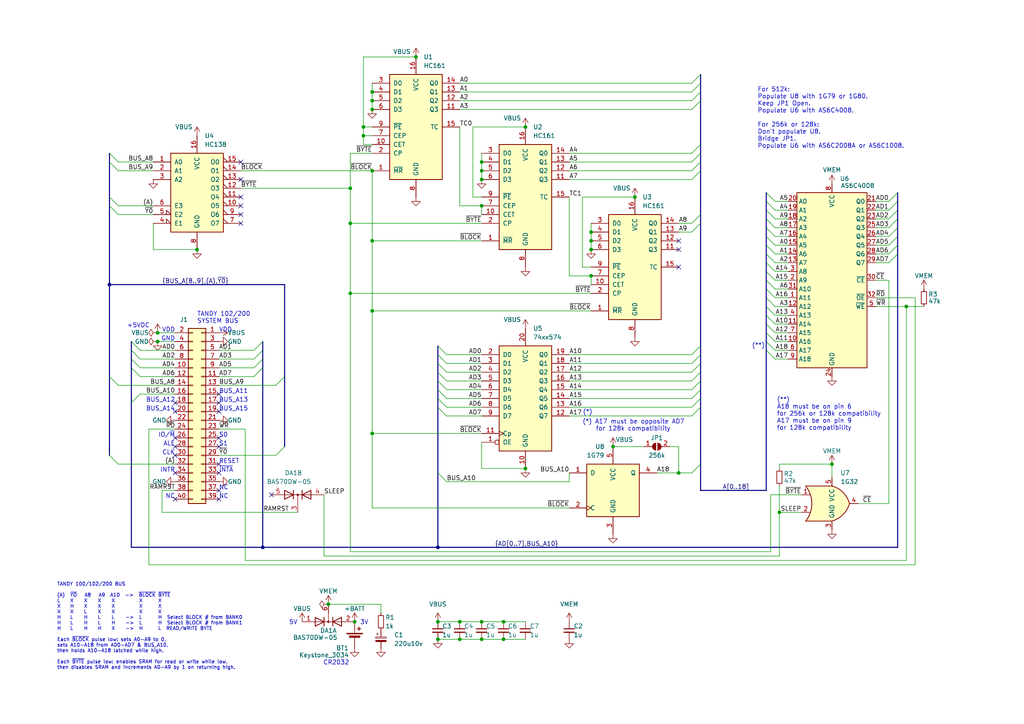
<source format=kicad_sch>
(kicad_sch (version 20231120) (generator "eeschema") (generator_version "8.0")
  (paper "A4")
  (title_block (title "MiniNDP 512") (date "2024-06-18") (rev "E01") (company "Brian K. White - b.kenyon.w@gmail.com") (comment 1 "github.com/bkw777/NODE_DATAPAC") (comment 2 "Use with RAM100.CO or RAM200.CO") (comment 3 "Work-alike of NODE Systems DATAPAC / RAMPAC"))
  (junction (at 139.7 49.53))
  (junction (at 139.7 185.42))
  (junction (at 171.45 67.31))
  (junction (at 171.45 69.85))
  (junction (at 45.72 96.52))
  (junction (at 120.65 16.51))
  (junction (at 146.05 185.42))
  (junction (at 262.89 88.9))
  (junction (at 105.41 36.83))
  (junction (at 127 180.34))
  (junction (at 107.95 90.17))
  (junction (at 101.6 54.61))
  (junction (at 102.87 180.34))
  (junction (at 45.72 99.06))
  (junction (at 101.6 64.77))
  (junction (at 133.35 180.34))
  (junction (at 139.7 59.69))
  (junction (at 171.45 80.01))
  (junction (at 171.45 72.39))
  (junction (at 133.35 185.42))
  (junction (at 139.7 52.07))
  (junction (at 95.25 175.26))
  (junction (at 152.4 135.89))
  (junction (at 76.2 158.75))
  (junction (at 101.6 85.09))
  (junction (at 152.4 36.83))
  (junction (at 107.95 26.67))
  (junction (at 127 185.42))
  (junction (at 57.15 72.39))
  (junction (at 146.05 180.34))
  (junction (at 107.95 69.85))
  (junction (at 177.8 129.54))
  (junction (at 31.75 82.55))
  (junction (at 241.3 134.62))
  (junction (at 107.95 29.21))
  (junction (at 105.41 39.37))
  (junction (at 107.95 49.53))
  (junction (at 196.85 137.16))
  (junction (at 107.95 125.73))
  (junction (at 107.95 31.75))
  (junction (at 226.06 148.59))
  (junction (at 127 158.75))
  (junction (at 139.7 46.99))
  (junction (at 139.7 180.34))
  (junction (at 184.15 57.15))
  (no_connect (at 69.85 52.07))
  (no_connect (at 63.5 134.62))
  (no_connect (at 69.85 59.69))
  (no_connect (at 196.85 69.85))
  (no_connect (at 63.5 119.38))
  (no_connect (at 69.85 57.15))
  (no_connect (at 50.8 144.78))
  (no_connect (at 63.5 127))
  (no_connect (at 69.85 64.77))
  (no_connect (at 63.5 144.78))
  (no_connect (at 50.8 127))
  (no_connect (at 196.85 77.47))
  (no_connect (at 50.8 116.84))
  (no_connect (at 69.85 62.23))
  (no_connect (at 50.8 119.38))
  (no_connect (at 50.8 137.16))
  (no_connect (at 63.5 114.3))
  (no_connect (at 196.85 72.39))
  (no_connect (at 50.8 129.54))
  (no_connect (at 50.8 132.08))
  (no_connect (at 63.5 142.24))
  (no_connect (at 63.5 116.84))
  (no_connect (at 63.5 129.54))
  (no_connect (at 63.5 137.16))
  (no_connect (at 78.74 143.51))
  (no_connect (at 69.85 46.99))
  (bus_entry (at 200.66 67.31) (size 2.54 -2.54))
  (bus_entry (at 257.81 60.96) (size 2.54 -2.54))
  (bus_entry (at 200.66 24.13) (size 2.54 -2.54))
  (bus_entry (at 40.64 106.68) (size -2.54 -2.54))
  (bus_entry (at 200.66 31.75) (size 2.54 -2.54))
  (bus_entry (at 224.79 68.58) (size -2.54 -2.54))
  (bus_entry (at 38.1 116.84) (size 2.54 -2.54))
  (bus_entry (at 200.66 113.03) (size 2.54 -2.54))
  (bus_entry (at 224.79 71.12) (size -2.54 -2.54))
  (bus_entry (at 224.79 81.28) (size -2.54 -2.54))
  (bus_entry (at 200.66 115.57) (size 2.54 -2.54))
  (bus_entry (at 127 115.57) (size 2.54 2.54))
  (bus_entry (at 31.75 57.15) (size 2.54 2.54))
  (bus_entry (at 40.64 109.22) (size -2.54 -2.54))
  (bus_entry (at 224.79 93.98) (size -2.54 -2.54))
  (bus_entry (at 40.64 101.6) (size -2.54 -2.54))
  (bus_entry (at 31.75 46.99) (size 2.54 2.54))
  (bus_entry (at 224.79 76.2) (size -2.54 -2.54))
  (bus_entry (at 224.79 73.66) (size -2.54 -2.54))
  (bus_entry (at 224.79 66.04) (size -2.54 -2.54))
  (bus_entry (at 200.66 49.53) (size 2.54 -2.54))
  (bus_entry (at 224.79 78.74) (size -2.54 -2.54))
  (bus_entry (at 224.79 86.36) (size -2.54 -2.54))
  (bus_entry (at 73.66 101.6) (size 2.54 -2.54))
  (bus_entry (at 82.55 129.54) (size -2.54 2.54))
  (bus_entry (at 200.66 107.95) (size 2.54 -2.54))
  (bus_entry (at 224.79 101.6) (size -2.54 -2.54))
  (bus_entry (at 257.81 68.58) (size 2.54 -2.54))
  (bus_entry (at 200.66 118.11) (size 2.54 -2.54))
  (bus_entry (at 224.79 60.96) (size -2.54 -2.54))
  (bus_entry (at 82.55 109.22) (size -2.54 2.54))
  (bus_entry (at 257.81 71.12) (size 2.54 -2.54))
  (bus_entry (at 127 118.11) (size 2.54 2.54))
  (bus_entry (at 224.79 99.06) (size -2.54 -2.54))
  (bus_entry (at 31.75 44.45) (size 2.54 2.54))
  (bus_entry (at 200.66 46.99) (size 2.54 -2.54))
  (bus_entry (at 31.75 59.69) (size 2.54 2.54))
  (bus_entry (at 224.79 83.82) (size -2.54 -2.54))
  (bus_entry (at 257.81 76.2) (size 2.54 -2.54))
  (bus_entry (at 257.81 73.66) (size 2.54 -2.54))
  (bus_entry (at 40.64 104.14) (size -2.54 -2.54))
  (bus_entry (at 200.66 137.16) (size 2.54 -2.54))
  (bus_entry (at 73.66 109.22) (size 2.54 -2.54))
  (bus_entry (at 200.66 64.77) (size 2.54 -2.54))
  (bus_entry (at 127 102.87) (size 2.54 2.54))
  (bus_entry (at 200.66 105.41) (size 2.54 -2.54))
  (bus_entry (at 224.79 88.9) (size -2.54 -2.54))
  (bus_entry (at 257.81 63.5) (size 2.54 -2.54))
  (bus_entry (at 127 137.16) (size 2.54 2.54))
  (bus_entry (at 127 113.03) (size 2.54 2.54))
  (bus_entry (at 257.81 58.42) (size 2.54 -2.54))
  (bus_entry (at 224.79 96.52) (size -2.54 -2.54))
  (bus_entry (at 200.66 102.87) (size 2.54 -2.54))
  (bus_entry (at 224.79 91.44) (size -2.54 -2.54))
  (bus_entry (at 200.66 44.45) (size 2.54 -2.54))
  (bus_entry (at 257.81 66.04) (size 2.54 -2.54))
  (bus_entry (at 31.75 109.22) (size 2.54 2.54))
  (bus_entry (at 127 110.49) (size 2.54 2.54))
  (bus_entry (at 224.79 104.14) (size -2.54 -2.54))
  (bus_entry (at 200.66 29.21) (size 2.54 -2.54))
  (bus_entry (at 127 100.33) (size 2.54 2.54))
  (bus_entry (at 200.66 110.49) (size 2.54 -2.54))
  (bus_entry (at 224.79 58.42) (size -2.54 -2.54))
  (bus_entry (at 73.66 104.14) (size 2.54 -2.54))
  (bus_entry (at 127 105.41) (size 2.54 2.54))
  (bus_entry (at 127 107.95) (size 2.54 2.54))
  (bus_entry (at 224.79 63.5) (size -2.54 -2.54))
  (bus_entry (at 200.66 120.65) (size 2.54 -2.54))
  (bus_entry (at 34.29 134.62) (size -2.54 -2.54))
  (bus_entry (at 200.66 52.07) (size 2.54 -2.54))
  (bus_entry (at 73.66 106.68) (size 2.54 -2.54))
  (bus_entry (at 200.66 26.67) (size 2.54 -2.54))
  (bus (pts (xy 127 115.57) (xy 127 118.11)))
  (wire (pts (xy 129.54 102.87) (xy 139.7 102.87)))
  (wire (pts (xy 127 185.42) (xy 133.35 185.42)))
  (bus (pts (xy 222.25 91.44) (xy 222.25 93.98)))
  (wire (pts (xy 110.49 175.26) (xy 95.25 175.26)))
  (wire (pts (xy 105.41 16.51) (xy 105.41 36.83)))
  (wire (pts (xy 101.6 160.02) (xy 223.52 160.02)))
  (wire (pts (xy 105.41 39.37) (xy 107.95 39.37)))
  (wire (pts (xy 105.41 39.37) (xy 105.41 41.91)))
  (wire (pts (xy 46.99 142.24) (xy 46.99 148.59)))
  (wire (pts (xy 224.79 78.74) (xy 228.6 78.74)))
  (wire (pts (xy 105.41 36.83) (xy 107.95 36.83)))
  (wire (pts (xy 171.45 69.85) (xy 171.45 67.31)))
  (wire (pts (xy 196.85 64.77) (xy 200.66 64.77)))
  (bus (pts (xy 222.25 101.6) (xy 222.25 99.06)))
  (wire (pts (xy 107.95 26.67) (xy 107.95 29.21)))
  (wire (pts (xy 107.95 147.32) (xy 165.1 147.32)))
  (wire (pts (xy 105.41 41.91) (xy 107.95 41.91)))
  (wire (pts (xy 254 76.2) (xy 257.81 76.2)))
  (wire (pts (xy 129.54 118.11) (xy 139.7 118.11)))
  (wire (pts (xy 224.79 63.5) (xy 228.6 63.5)))
  (wire (pts (xy 165.1 110.49) (xy 200.66 110.49)))
  (bus (pts (xy 222.25 76.2) (xy 222.25 78.74)))
  (wire (pts (xy 133.35 180.34) (xy 139.7 180.34)))
  (bus (pts (xy 222.25 142.24) (xy 222.25 101.6)))
  (wire (pts (xy 226.06 134.62) (xy 226.06 135.89)))
  (wire (pts (xy 93.98 161.29) (xy 226.06 161.29)))
  (bus (pts (xy 31.75 57.15) (xy 31.75 59.69)))
  (wire (pts (xy 133.35 24.13) (xy 200.66 24.13)))
  (wire (pts (xy 34.29 59.69) (xy 44.45 59.69)))
  (wire (pts (xy 223.52 143.51) (xy 223.52 160.02)))
  (wire (pts (xy 40.64 109.22) (xy 50.8 109.22)))
  (wire (pts (xy 101.6 85.09) (xy 171.45 85.09)))
  (wire (pts (xy 165.1 139.7) (xy 165.1 137.16)))
  (bus (pts (xy 82.55 82.55) (xy 82.55 109.22)))
  (wire (pts (xy 34.29 111.76) (xy 50.8 111.76)))
  (bus (pts (xy 222.25 58.42) (xy 222.25 60.96)))
  (bus (pts (xy 127 118.11) (xy 127 137.16)))
  (bus (pts (xy 203.2 134.62) (xy 203.2 142.24)))
  (wire (pts (xy 107.95 125.73) (xy 139.7 125.73)))
  (bus (pts (xy 38.1 101.6) (xy 38.1 104.14)))
  (wire (pts (xy 171.45 80.01) (xy 165.1 80.01)))
  (bus (pts (xy 203.2 26.67) (xy 203.2 29.21)))
  (bus (pts (xy 203.2 29.21) (xy 203.2 41.91)))
  (wire (pts (xy 224.79 83.82) (xy 228.6 83.82)))
  (wire (pts (xy 40.64 101.6) (xy 50.8 101.6)))
  (bus (pts (xy 203.2 142.24) (xy 222.25 142.24)))
  (wire (pts (xy 63.5 111.76) (xy 80.01 111.76)))
  (wire (pts (xy 168.91 57.15) (xy 168.91 77.47)))
  (wire (pts (xy 40.64 114.3) (xy 50.8 114.3)))
  (bus (pts (xy 203.2 46.99) (xy 203.2 49.53)))
  (bus (pts (xy 38.1 106.68) (xy 38.1 116.84)))
  (wire (pts (xy 137.16 36.83) (xy 137.16 57.15)))
  (bus (pts (xy 260.35 66.04) (xy 260.35 68.58)))
  (wire (pts (xy 254 71.12) (xy 257.81 71.12)))
  (bus (pts (xy 203.2 110.49) (xy 203.2 113.03)))
  (wire (pts (xy 224.79 73.66) (xy 228.6 73.66)))
  (wire (pts (xy 139.7 44.45) (xy 139.7 46.99)))
  (bus (pts (xy 222.25 55.88) (xy 222.25 58.42)))
  (wire (pts (xy 165.1 102.87) (xy 200.66 102.87)))
  (wire (pts (xy 232.41 143.51) (xy 223.52 143.51)))
  (wire (pts (xy 139.7 180.34) (xy 146.05 180.34)))
  (wire (pts (xy 224.79 60.96) (xy 228.6 60.96)))
  (wire (pts (xy 127 180.34) (xy 133.35 180.34)))
  (wire (pts (xy 165.1 120.65) (xy 200.66 120.65)))
  (bus (pts (xy 222.25 73.66) (xy 222.25 76.2)))
  (wire (pts (xy 69.85 54.61) (xy 101.6 54.61)))
  (wire (pts (xy 165.1 113.03) (xy 200.66 113.03)))
  (bus (pts (xy 203.2 118.11) (xy 203.2 134.62)))
  (wire (pts (xy 224.79 86.36) (xy 228.6 86.36)))
  (bus (pts (xy 222.25 71.12) (xy 222.25 73.66)))
  (wire (pts (xy 224.79 96.52) (xy 228.6 96.52)))
  (wire (pts (xy 196.85 129.54) (xy 194.31 129.54)))
  (wire (pts (xy 45.72 96.52) (xy 50.8 96.52)))
  (wire (pts (xy 101.6 64.77) (xy 139.7 64.77)))
  (wire (pts (xy 262.89 88.9) (xy 262.89 162.56)))
  (wire (pts (xy 71.12 124.46) (xy 71.12 162.56)))
  (wire (pts (xy 110.49 177.8) (xy 110.49 175.26)))
  (wire (pts (xy 171.45 80.01) (xy 171.45 82.55)))
  (wire (pts (xy 224.79 66.04) (xy 228.6 66.04)))
  (bus (pts (xy 222.25 66.04) (xy 222.25 68.58)))
  (wire (pts (xy 129.54 115.57) (xy 139.7 115.57)))
  (bus (pts (xy 260.35 68.58) (xy 260.35 71.12)))
  (bus (pts (xy 222.25 78.74) (xy 222.25 81.28)))
  (wire (pts (xy 63.5 101.6) (xy 73.66 101.6)))
  (wire (pts (xy 196.85 67.31) (xy 200.66 67.31)))
  (wire (pts (xy 248.92 146.05) (xy 257.81 146.05)))
  (wire (pts (xy 40.64 106.68) (xy 50.8 106.68)))
  (bus (pts (xy 31.75 109.22) (xy 31.75 132.08)))
  (wire (pts (xy 171.45 67.31) (xy 171.45 64.77)))
  (wire (pts (xy 168.91 77.47) (xy 171.45 77.47)))
  (bus (pts (xy 31.75 59.69) (xy 31.75 82.55)))
  (bus (pts (xy 31.75 44.45) (xy 31.75 46.99)))
  (bus (pts (xy 203.2 107.95) (xy 203.2 110.49)))
  (bus (pts (xy 260.35 60.96) (xy 260.35 63.5)))
  (wire (pts (xy 105.41 36.83) (xy 105.41 39.37)))
  (bus (pts (xy 203.2 102.87) (xy 203.2 105.41)))
  (bus (pts (xy 203.2 113.03) (xy 203.2 115.57)))
  (wire (pts (xy 165.1 115.57) (xy 200.66 115.57)))
  (bus (pts (xy 203.2 21.59) (xy 203.2 24.13)))
  (wire (pts (xy 224.79 93.98) (xy 228.6 93.98)))
  (bus (pts (xy 127 113.03) (xy 127 115.57)))
  (wire (pts (xy 107.95 69.85) (xy 139.7 69.85)))
  (wire (pts (xy 101.6 64.77) (xy 101.6 85.09)))
  (wire (pts (xy 133.35 36.83) (xy 133.35 59.69)))
  (wire (pts (xy 133.35 31.75) (xy 200.66 31.75)))
  (bus (pts (xy 203.2 105.41) (xy 203.2 107.95)))
  (bus (pts (xy 82.55 109.22) (xy 82.55 129.54)))
  (wire (pts (xy 262.89 88.9) (xy 254 88.9)))
  (wire (pts (xy 254 66.04) (xy 257.81 66.04)))
  (wire (pts (xy 226.06 140.97) (xy 226.06 148.59)))
  (wire (pts (xy 129.54 105.41) (xy 139.7 105.41)))
  (bus (pts (xy 76.2 158.75) (xy 127 158.75)))
  (wire (pts (xy 63.5 124.46) (xy 71.12 124.46)))
  (wire (pts (xy 226.06 148.59) (xy 226.06 161.29)))
  (wire (pts (xy 224.79 58.42) (xy 228.6 58.42)))
  (wire (pts (xy 165.1 105.41) (xy 200.66 105.41)))
  (wire (pts (xy 139.7 46.99) (xy 139.7 49.53)))
  (wire (pts (xy 45.72 99.06) (xy 50.8 99.06)))
  (bus (pts (xy 203.2 49.53) (xy 203.2 62.23)))
  (wire (pts (xy 107.95 24.13) (xy 107.95 26.67)))
  (bus (pts (xy 127 100.33) (xy 127 102.87)))
  (wire (pts (xy 133.35 185.42) (xy 139.7 185.42)))
  (bus (pts (xy 203.2 62.23) (xy 203.2 64.77)))
  (wire (pts (xy 226.06 148.59) (xy 232.41 148.59)))
  (bus (pts (xy 260.35 58.42) (xy 260.35 60.96)))
  (wire (pts (xy 133.35 59.69) (xy 139.7 59.69)))
  (wire (pts (xy 44.45 64.77) (xy 44.45 72.39)))
  (bus (pts (xy 260.35 71.12) (xy 260.35 73.66)))
  (bus (pts (xy 222.25 68.58) (xy 222.25 71.12)))
  (bus (pts (xy 76.2 101.6) (xy 76.2 104.14)))
  (bus (pts (xy 222.25 60.96) (xy 222.25 63.5)))
  (wire (pts (xy 105.41 16.51) (xy 120.65 16.51)))
  (bus (pts (xy 260.35 55.88) (xy 260.35 58.42)))
  (bus (pts (xy 222.25 81.28) (xy 222.25 83.82)))
  (bus (pts (xy 76.2 104.14) (xy 76.2 106.68)))
  (wire (pts (xy 254 68.58) (xy 257.81 68.58)))
  (wire (pts (xy 165.1 46.99) (xy 200.66 46.99)))
  (bus (pts (xy 222.25 93.98) (xy 222.25 96.52)))
  (bus (pts (xy 127 137.16) (xy 127 158.75)))
  (wire (pts (xy 129.54 110.49) (xy 139.7 110.49)))
  (wire (pts (xy 101.6 44.45) (xy 107.95 44.45)))
  (wire (pts (xy 224.79 81.28) (xy 228.6 81.28)))
  (bus (pts (xy 222.25 86.36) (xy 222.25 88.9)))
  (bus (pts (xy 127 107.95) (xy 127 110.49)))
  (wire (pts (xy 101.6 85.09) (xy 101.6 160.02)))
  (bus (pts (xy 38.1 104.14) (xy 38.1 106.68)))
  (wire (pts (xy 107.95 125.73) (xy 107.95 147.32)))
  (wire (pts (xy 171.45 72.39) (xy 171.45 69.85)))
  (wire (pts (xy 165.1 52.07) (xy 200.66 52.07)))
  (bus (pts (xy 260.35 73.66) (xy 260.35 158.75)))
  (wire (pts (xy 137.16 57.15) (xy 139.7 57.15)))
  (wire (pts (xy 44.45 72.39) (xy 57.15 72.39)))
  (wire (pts (xy 63.5 104.14) (xy 73.66 104.14)))
  (wire (pts (xy 262.89 88.9) (xy 267.97 88.9)))
  (wire (pts (xy 165.1 80.01) (xy 165.1 57.15)))
  (wire (pts (xy 165.1 49.53) (xy 200.66 49.53)))
  (wire (pts (xy 165.1 118.11) (xy 200.66 118.11)))
  (wire (pts (xy 224.79 68.58) (xy 228.6 68.58)))
  (bus (pts (xy 31.75 82.55) (xy 82.55 82.55)))
  (wire (pts (xy 107.95 90.17) (xy 107.95 125.73)))
  (wire (pts (xy 224.79 76.2) (xy 228.6 76.2)))
  (bus (pts (xy 260.35 63.5) (xy 260.35 66.04)))
  (wire (pts (xy 139.7 185.42) (xy 146.05 185.42)))
  (bus (pts (xy 203.2 44.45) (xy 203.2 46.99)))
  (bus (pts (xy 76.2 99.06) (xy 76.2 101.6)))
  (wire (pts (xy 254 63.5) (xy 257.81 63.5)))
  (wire (pts (xy 129.54 113.03) (xy 139.7 113.03)))
  (bus (pts (xy 222.25 96.52) (xy 222.25 99.06)))
  (wire (pts (xy 224.79 104.14) (xy 228.6 104.14)))
  (wire (pts (xy 254 60.96) (xy 257.81 60.96)))
  (bus (pts (xy 31.75 82.55) (xy 31.75 109.22)))
  (wire (pts (xy 254 58.42) (xy 257.81 58.42)))
  (bus (pts (xy 127 105.41) (xy 127 107.95)))
  (wire (pts (xy 224.79 99.06) (xy 228.6 99.06)))
  (bus (pts (xy 203.2 24.13) (xy 203.2 26.67)))
  (wire (pts (xy 254 73.66) (xy 257.81 73.66)))
  (wire (pts (xy 43.18 124.46) (xy 43.18 163.83)))
  (wire (pts (xy 40.64 104.14) (xy 50.8 104.14)))
  (bus (pts (xy 203.2 100.33) (xy 203.2 102.87)))
  (wire (pts (xy 63.5 109.22) (xy 73.66 109.22)))
  (bus (pts (xy 203.2 41.91) (xy 203.2 44.45)))
  (wire (pts (xy 50.8 124.46) (xy 43.18 124.46)))
  (wire (pts (xy 262.89 162.56) (xy 71.12 162.56)))
  (wire (pts (xy 63.5 106.68) (xy 73.66 106.68)))
  (wire (pts (xy 34.29 46.99) (xy 44.45 46.99)))
  (wire (pts (xy 139.7 49.53) (xy 139.7 52.07)))
  (wire (pts (xy 257.81 81.28) (xy 257.81 146.05)))
  (wire (pts (xy 226.06 134.62) (xy 241.3 134.62)))
  (bus (pts (xy 222.25 88.9) (xy 222.25 91.44)))
  (wire (pts (xy 133.35 26.67) (xy 200.66 26.67)))
  (wire (pts (xy 63.5 132.08) (xy 80.01 132.08)))
  (wire (pts (xy 107.95 90.17) (xy 171.45 90.17)))
  (bus (pts (xy 31.75 57.15) (xy 31.75 46.99)))
  (wire (pts (xy 129.54 107.95) (xy 139.7 107.95)))
  (wire (pts (xy 168.91 57.15) (xy 184.15 57.15)))
  (wire (pts (xy 139.7 128.27) (xy 139.7 135.89)))
  (wire (pts (xy 107.95 29.21) (xy 107.95 31.75)))
  (wire (pts (xy 101.6 44.45) (xy 101.6 54.61)))
  (bus (pts (xy 127 158.75) (xy 260.35 158.75)))
  (wire (pts (xy 137.16 36.83) (xy 152.4 36.83)))
  (wire (pts (xy 224.79 101.6) (xy 228.6 101.6)))
  (wire (pts (xy 46.99 142.24) (xy 50.8 142.24)))
  (wire (pts (xy 133.35 29.21) (xy 200.66 29.21)))
  (wire (pts (xy 107.95 69.85) (xy 107.95 90.17)))
  (bus (pts (xy 203.2 64.77) (xy 203.2 100.33)))
  (wire (pts (xy 139.7 135.89) (xy 152.4 135.89)))
  (bus (pts (xy 38.1 116.84) (xy 38.1 158.75)))
  (wire (pts (xy 146.05 180.34) (xy 152.4 180.34)))
  (bus (pts (xy 127 110.49) (xy 127 113.03)))
  (wire (pts (xy 190.5 137.16) (xy 196.85 137.16)))
  (wire (pts (xy 129.54 139.7) (xy 165.1 139.7)))
  (wire (pts (xy 241.3 134.62) (xy 241.3 138.43)))
  (wire (pts (xy 101.6 54.61) (xy 101.6 64.77)))
  (wire (pts (xy 224.79 71.12) (xy 228.6 71.12)))
  (wire (pts (xy 257.81 81.28) (xy 254 81.28)))
  (wire (pts (xy 165.1 44.45) (xy 200.66 44.45)))
  (wire (pts (xy 107.95 49.53) (xy 107.95 69.85)))
  (bus (pts (xy 222.25 83.82) (xy 222.25 86.36)))
  (wire (pts (xy 254 86.36) (xy 265.43 86.36)))
  (wire (pts (xy 139.7 59.69) (xy 139.7 62.23)))
  (bus (pts (xy 222.25 63.5) (xy 222.25 66.04)))
  (wire (pts (xy 34.29 62.23) (xy 44.45 62.23)))
  (wire (pts (xy 196.85 129.54) (xy 196.85 137.16)))
  (wire (pts (xy 196.85 137.16) (xy 200.66 137.16)))
  (wire (pts (xy 129.54 120.65) (xy 139.7 120.65)))
  (wire (pts (xy 69.85 49.53) (xy 107.95 49.53)))
  (wire (pts (xy 265.43 163.83) (xy 265.43 86.36)))
  (wire (pts (xy 34.29 134.62) (xy 50.8 134.62)))
  (bus (pts (xy 38.1 99.06) (xy 38.1 101.6)))
  (wire (pts (xy 224.79 88.9) (xy 228.6 88.9)))
  (wire (pts (xy 146.05 185.42) (xy 152.4 185.42)))
  (wire (pts (xy 34.29 49.53) (xy 44.45 49.53)))
  (wire (pts (xy 177.8 129.54) (xy 186.69 129.54)))
  (bus (pts (xy 76.2 106.68) (xy 76.2 158.75)))
  (wire (pts (xy 165.1 107.95) (xy 200.66 107.95)))
  (wire (pts (xy 46.99 148.59) (xy 86.36 148.59)))
  (wire (pts (xy 224.79 91.44) (xy 228.6 91.44)))
  (bus (pts (xy 127 102.87) (xy 127 105.41)))
  (bus (pts (xy 38.1 158.75) (xy 76.2 158.75)))
  (bus (pts (xy 203.2 115.57) (xy 203.2 118.11)))
  (wire (pts (xy 93.98 161.29) (xy 93.98 143.51)))
  (wire (pts (xy 43.18 163.83) (xy 265.43 163.83)))
  (text "TANDY 102/200\nSYSTEM BUS" (at 57.15 93.98 0) (effects (font (size 1.27 1.27)) (justify left bottom)))
  (text "+5VDC" (at 36.83 95.25 0) (effects (font (size 1.27 1.27)) (justify left bottom)))
  (text "BUS_A15" (at 63.5 119.38 0) (effects (font (size 1.27 1.27)) (justify left bottom)))
  (text "INTR" (at 50.8 137.16 0) (effects (font (size 1.27 1.27)) (justify right bottom)))
  (text "BUS_A14" (at 50.8 119.38 0) (effects (font (size 1.27 1.27)) (justify right bottom)))
  (text "ALE" (at 50.8 129.54 0) (effects (font (size 1.27 1.27)) (justify right bottom)))
  (text "S1" (at 63.5 129.54 0) (effects (font (size 1.27 1.27)) (justify left bottom)))
  (text "NC" (at 63.5 144.78 0) (effects (font (size 1.27 1.27)) (justify left bottom)))
  (text "NC" (at 63.5 142.24 0) (effects (font (size 1.27 1.27)) (justify left bottom)))
  (text "~{INTA}" (at 63.5 137.16 0) (effects (font (size 1.27 1.27)) (justify left bottom)))
  (text "CLK" (at 50.8 132.08 0) (effects (font (size 1.27 1.27)) (justify right bottom)))
  (text "(**)\nA18 must be on pin 6\nfor 256k or 128k compatibility\nA17 must be on pin 9\nfor 128k compatibility" (at 225.298 115.316 0) (effects (font (size 1.27 1.27)) (justify left top)))
  (text "GND" (at 50.8 99.06 0) (effects (font (size 1.27 1.27)) (justify right bottom)))
  (text "For 512k:\nPopulate U8 with 1G79 or 1G80.\nKeep JP1 Open.\nPopulate U6 with AS6C4008.\n\nFor 256k or 128k:\nDon't populate U8.\nBridge JP1.\nPopulate U6 with AS6C2008A or AS6C1008.\n" (at 219.71 43.18 0) (effects (font (size 1.27 1.27)) (justify left bottom)))
  (text "IO/~{M}" (at 50.8 127 0) (effects (font (size 1.27 1.27)) (justify right bottom)))
  (text "CR2032" (at 93.726 193.04 0) (effects (font (size 1.27 1.27)) (justify left bottom)))
  (text "VDD" (at 50.8 96.52 0) (effects (font (size 1.27 1.27)) (justify right bottom)))
  (text "TANDY 100/102/200 BUS\n\n(A)	~{YO}   A8   A9  A10  ->  ~{BLOCK} ~{BYTE}\nL	X	X	X	X		X	  X\nX	H	X	X	X		X	  X\nX	X	L	X	X		X	  X\nH	L	H	L	L	->  L	  H  Select BLOCK # from BANK0\nH	L	H	L	H	->  L	  H  Select BLOCK # from BANK1\nH	L	H	H	X	->  H	  L  READ/WRITE BYTE\n\nEach ~{BLOCK} pulse low: sets A0-A9 to 0,\nsets A10-A18 from AD0-AD7 & BUS_A10,\nthen holds A10-A18 latched while high.\n\nEach ~{BYTE} pulse low: enables SRAM for read or write while low,\nthen disables SRAM and increments A0-A9 by 1 on returning high.\n" (at 16.51 194.31 0) (effects (font (size 1 1)) (justify left bottom)))
  (text "3V" (at 104.394 181.356 0) (effects (font (size 1.27 1.27)) (justify left bottom)))
  (text "S0" (at 63.5 127 0) (effects (font (size 1.27 1.27)) (justify left bottom)))
  (text "RESET" (at 63.5 134.62 0) (effects (font (size 1.27 1.27)) (justify left bottom)))
  (text "(*) A17 must be opposite AD7\n    for 128k compatibility" (at 168.91 123.444 0) (effects (font (size 1.27 1.27)) (justify left)))
  (text "(**)" (at 219.964 100.33 0) (effects (font (size 1.27 1.27))))
  (text "NC" (at 50.8 144.78 0) (effects (font (size 1.27 1.27)) (justify right bottom)))
  (text "BUS_A11" (at 63.5 114.3 0) (effects (font (size 1.27 1.27)) (justify left bottom)))
  (text "VDD" (at 63.5 96.52 0) (effects (font (size 1.27 1.27)) (justify left bottom)))
  (text "5V" (at 83.82 181.356 0) (effects (font (size 1.27 1.27)) (justify left bottom)))
  (text "BUS_A13" (at 63.5 116.84 0) (effects (font (size 1.27 1.27)) (justify left bottom)))
  (text "(*)" (at 170.434 119.634 0) (effects (font (size 1.27 1.27))))
  (text "BUS_A12" (at 50.8 116.84 0) (effects (font (size 1.27 1.27)) (justify right bottom)))
  (label "BUS_A8" (at 50.8 111.76 180))
  (label "~{RD}" (at 254 86.36 0))
  (label "A17" (at 165.1 120.65 0))
  (label "AD3" (at 63.5 104.14 0))
  (label "A5" (at 165.1 46.99 0))
  (label "A1" (at 228.6 73.66 180))
  (label "~{CE}" (at 254 81.28 0))
  (label "A7" (at 228.6 68.58 180))
  (label "A2" (at 133.35 29.21 0))
  (label "AD5" (at 139.7 115.57 180))
  (label "A13" (at 228.6 91.44 180))
  (label "AD0" (at 254 58.42 0))
  (label "A1" (at 133.35 26.67 0))
  (label "~{CE}" (at 250.19 146.05 0))
  (label "A18" (at 190.5 137.16 0))
  (label "~{BLOCK}" (at 139.7 69.85 180))
  (label "A16" (at 228.6 86.36 180))
  (label "A11" (at 165.1 105.41 0))
  (label "AD6" (at 139.7 118.11 180))
  (label "~{Y0}" (at 44.45 62.23 180))
  (label "AD1" (at 63.5 101.6 0))
  (label "A6" (at 165.1 49.53 0))
  (label "A7" (at 165.1 52.07 0))
  (label "{AD[0..7],BUS_A10}" (at 143.51 158.75 0))
  (label "BUS_A10" (at 129.54 139.7 0))
  (label "A9" (at 196.85 67.31 0))
  (label "AD5" (at 254 71.12 0))
  (label "A10" (at 165.1 102.87 0))
  (label "RAMRST" (at 50.8 142.24 180))
  (label "AD7" (at 63.5 109.22 0))
  (label "A0" (at 133.35 24.13 0))
  (label "AD2" (at 50.8 104.14 180))
  (label "~{Y0}" (at 63.5 132.08 0))
  (label "AD1" (at 254 60.96 0))
  (label "A12" (at 165.1 107.95 0))
  (label "A17" (at 228.6 104.14 180))
  (label "AD0" (at 139.7 102.87 180))
  (label "A3" (at 228.6 88.9 180))
  (label "A[0..18]" (at 209.55 142.24 0))
  (label "A8" (at 228.6 66.04 180))
  (label "(A)" (at 44.45 59.69 180))
  (label "A18" (at 228.6 101.6 180))
  (label "RAMRST" (at 83.82 148.59 180))
  (label "AD6" (at 50.8 109.22 180))
  (label "A2" (at 228.6 76.2 180))
  (label "A15" (at 228.6 81.28 180))
  (label "~{BLOCK}" (at 69.85 49.53 0))
  (label "A6" (at 228.6 83.82 180))
  (label "A9" (at 228.6 63.5 180))
  (label "~{BLOCK}" (at 171.45 90.17 180))
  (label "AD4" (at 139.7 113.03 180))
  (label "~{BYTE}" (at 107.95 44.45 180))
  (label "AD7" (at 254 76.2 0))
  (label "AD4" (at 254 68.58 0))
  (label "AD2" (at 139.7 107.95 180))
  (label "A15" (at 165.1 115.57 0))
  (label "A13" (at 165.1 110.49 0))
  (label "A8" (at 196.85 64.77 0))
  (label "~{BYTE}" (at 171.45 85.09 180))
  (label "~{BYTE}" (at 139.7 64.77 180))
  (label "BUS_A10" (at 50.8 114.3 180))
  (label "AD0" (at 50.8 101.6 180))
  (label "~{WR}" (at 254 88.9 0))
  (label "A16" (at 165.1 118.11 0))
  (label "A4" (at 165.1 44.45 0))
  (label "~{BLOCK}" (at 165.1 147.32 180))
  (label "AD3" (at 254 66.04 0))
  (label "{BUS_A[8..9],(A),~{Y0}}" (at 46.99 82.55 0))
  (label "A3" (at 133.35 31.75 0))
  (label "BUS_A9" (at 44.45 49.53 180))
  (label "AD4" (at 50.8 106.68 180))
  (label "A11" (at 228.6 99.06 180))
  (label "A12" (at 228.6 96.52 180))
  (label "A0" (at 228.6 71.12 180))
  (label "~{BLOCK}" (at 139.7 125.73 180))
  (label "A14" (at 165.1 113.03 0))
  (label "A5" (at 228.6 58.42 180))
  (label "SLEEP" (at 232.41 148.59 180))
  (label "BUS_A8" (at 44.45 46.99 180))
  (label "AD2" (at 254 63.5 0))
  (label "AD7" (at 139.7 120.65 180))
  (label "BUS_A10" (at 165.1 137.16 180))
  (label "A14" (at 228.6 78.74 180))
  (label "AD1" (at 139.7 105.41 180))
  (label "~{WR}" (at 63.5 124.46 0))
  (label "~{BYTE}" (at 232.41 143.51 180))
  (label "(A)" (at 50.8 134.62 180))
  (label "A10" (at 228.6 93.98 180))
  (label "BUS_A9" (at 63.5 111.76 0))
  (label "AD6" (at 254 73.66 0))
  (label "TC0" (at 133.35 36.83 0))
  (label "TC1" (at 165.1 57.15 0))
  (label "~{RD}" (at 50.8 124.46 180))
  (label "AD5" (at 63.5 106.68 0))
  (label "~{BLOCK}" (at 107.95 49.53 180))
  (label "~{BYTE}" (at 69.85 54.61 0))
  (label "SLEEP" (at 93.98 143.51 0))
  (label "A4" (at 228.6 60.96 180))
  (label "AD3" (at 139.7 110.49 180))
  (symbol (lib_id "000_LOCAL:C_Polarized") (at 110.49 185.42 0) (unit 1)
    (property "Reference" "C1" (at 114.3 184.15 0) (effects (justify left)))
    (property "Value" "220u10v" (at 114.3 186.69 0) (effects (justify left)))
    (property "Footprint" "000_LOCAL:CP_6032" (effects (hide yes)))
    (property "Datasheet" "datasheets/TAJ.odf" (effects (hide yes)))
  )
  (symbol (lib_id "power:GND") (at 171.45 72.39 0) (unit 1)
    (property "Reference" "#PWR034" (effects (hide yes)))
    (property "Value" "GND" (effects (hide yes)))
  )
  (symbol (lib_id "000_LOCAL:AS6C4008_TSOP") (at 241.3 78.74 0) (unit 1)
    (property "Reference" "U6" (at 243.586 51.816 0) (effects (justify left)))
    (property "Value" "AS6C4008" (at 243.84 53.848 0) (effects (justify left)))
    (property "Footprint" "000_LOCAL:TSOP32-dual" (effects (hide yes)))
    (property "Datasheet" "datasheets/AS6C4008.pdf" (effects (hide yes)))
  )
  (symbol (lib_name "C_1") (lib_id "000_LOCAL:C") (at 165.1 182.88 0) (unit 1)
    (property "Reference" "C2" (at 166.37 181.61 0) (effects (justify left)))
    (property "Value" "1u" (at 166.37 184.15 0) (effects (justify left)))
    (property "Footprint" "000_LOCAL:C_0805" (effects (hide yes)))
  )
  (symbol (lib_id "power:GND") (at 63.5 139.7 90) (unit 1)
    (property "Reference" "#PWR08" (effects (hide yes)))
    (property "Value" "GND" (at 66.04 139.7 90) (effects (justify right)))
  )
  (symbol (lib_id "power:VMEM") (at 95.25 175.26 0) (unit 1)
    (property "Reference" "#PWR010" (effects (hide yes)))
    (property "Value" "VMEM" (at 95.25 171.45 0))
  )
  (symbol (lib_id "power:VBUS") (at 45.72 96.52 0) (unit 1)
    (property "Reference" "#PWR01" (effects (hide yes)))
    (property "Value" "VBUS" (at 43.18 96.52 0) (effects (justify right)))
  )
  (symbol (lib_id "000_LOCAL:SolderJumper_2_Open") (at 190.5 129.54 0) (unit 1)
    (property "Reference" "JP1" (at 190.5 127 0))
    (property "Value" "256k" (at 190.5 132.08 0))
    (property "Footprint" "000_LOCAL:SolderJumper-2_Open 0.65mm" (effects (hide yes)))
  )
  (symbol (lib_id "000_LOCAL:Battery_Cell") (at 102.87 185.42 0) (unit 1)
    (property "Reference" "BT1" (at 99.314 187.96 0))
    (property "Value" "Keystone_3034" (at 93.98 189.992 0))
    (property "Footprint" "000_LOCAL:Keystone_3028_3034" (effects (hide yes)))
    (property "Datasheet" "datasheets/Keystone_3034.pdf" (effects (hide yes)))
  )
  (symbol (lib_id "power:GND") (at 177.8 154.94 0) (unit 1)
    (property "Reference" "#PWR014" (effects (hide yes)))
    (property "Value" "GND" (effects (hide yes)))
  )
  (symbol (lib_id "power:GND") (at 57.15 72.39 0) (unit 1)
    (property "Reference" "#PWR022" (effects (hide yes)))
    (property "Value" "GND" (effects (hide yes)))
  )
  (symbol (lib_id "power:GND") (at 50.8 121.92 270) (unit 1)
    (property "Reference" "#PWR05" (effects (hide yes)))
    (property "Value" "GND" (at 48.26 121.92 90) (effects (justify right)))
  )
  (symbol (lib_id "power:VMEM") (at 241.3 53.34 0) (unit 1)
    (property "Reference" "#PWR012" (effects (hide yes)))
    (property "Value" "VMEM" (at 241.3 49.276 0))
  )
  (symbol (lib_id "power:GND") (at 44.45 52.07 0) (unit 1)
    (property "Reference" "#PWR043" (effects (hide yes)))
    (property "Value" "GND" (effects (hide yes)))
  )
  (symbol (lib_id "power:PWR_FLAG") (at 45.72 96.52 90) (unit 1)
    (property "Reference" "#FLG01" (effects (hide yes)))
    (property "Value" "PWR_FLAG" (effects (hide yes)))
  )
  (symbol (lib_id "000_LOCAL:BAV70S") (at 95.25 180.34 0) (mirror x) (unit 1)
    (property "Reference" "DA1" (at 95.25 182.88 0))
    (property "Value" "BAS70DW-05" (at 91.44 184.912 0))
    (property "Footprint" "000_LOCAL:SOT-363_SC-70-6_symmetric" (effects (hide yes)))
    (property "Datasheet" "datasheets/BAS70.pdf" (effects (hide yes)))
  )
  (symbol (lib_id "power:GND") (at 102.87 187.96 0) (unit 1)
    (property "Reference" "#PWR058" (effects (hide yes)))
    (property "Value" "GND" (effects (hide yes)))
  )
  (symbol (lib_id "power:GND") (at 152.4 77.47 0) (unit 1)
    (property "Reference" "#PWR019" (effects (hide yes)))
    (property "Value" "GND" (effects (hide yes)))
  )
  (symbol (lib_id "000_LOCAL:74xx161") (at 184.15 77.47 0) (unit 1)
    (property "Reference" "U3" (at 186.3441 57.15 0) (effects (justify left)))
    (property "Value" "HC161" (at 186.3441 59.69 0) (effects (justify left)))
    (property "Footprint" "000_LOCAL:TSSOP-16" (effects (hide yes)))
    (property "Datasheet" "datasheets/74xx161.pdf" (effects (hide yes)))
  )
  (symbol (lib_id "power:GND") (at 50.8 139.7 270) (unit 1)
    (property "Reference" "#PWR07" (effects (hide yes)))
    (property "Value" "GND" (at 48.26 139.7 90) (effects (justify right)))
  )
  (symbol (lib_id "power:VBUS") (at 63.5 96.52 270) (unit 1)
    (property "Reference" "#PWR042" (effects (hide yes)))
    (property "Value" "VBUS" (at 68.58 96.52 90))
  )
  (symbol (lib_id "power:GND") (at 241.3 109.22 0) (unit 1)
    (property "Reference" "#PWR057" (effects (hide yes)))
    (property "Value" "GND" (effects (hide yes)))
  )
  (symbol (lib_id "000_LOCAL:74xx574") (at 152.4 115.57 0) (unit 1)
    (property "Reference" "U5" (at 154.5941 95.25 0) (effects (justify left)))
    (property "Value" "74xx574" (at 154.5941 97.79 0) (effects (justify left)))
    (property "Footprint" "000_LOCAL:TSSOP-20" (effects (hide yes)))
    (property "Datasheet" "http://www.ti.com/lit/gpn/sn74LS574" (effects (hide yes)))
    (property "Description" "8-bit Register, 3-state outputs" (effects (hide yes)))
  )
  (symbol (lib_id "power:GND") (at 45.72 99.06 0) (unit 1)
    (property "Reference" "#PWR03" (effects (hide yes)))
    (property "Value" "GND" (at 43.18 99.06 0) (effects (justify right)))
  )
  (symbol (lib_name "74xx161_1") (lib_id "000_LOCAL:74xx161") (at 120.65 36.83 0) (unit 1)
    (property "Reference" "U1" (at 122.8441 16.51 0) (effects (justify left)))
    (property "Value" "HC161" (at 122.8441 19.05 0) (effects (justify left)))
    (property "Footprint" "000_LOCAL:TSSOP-16" (effects (hide yes)))
    (property "Datasheet" "datasheets/74xx161.pdf" (effects (hide yes)))
  )
  (symbol (lib_id "000_LOCAL:BAV70S") (at 86.36 143.51 0) (mirror y) (unit 2)
    (property "Reference" "DA1" (at 85.09 137.16 0))
    (property "Value" "BAS70DW-05" (at 83.82 139.7 0))
    (property "Footprint" "000_LOCAL:SOT-363_SC-70-6_symmetric" (effects (hide yes)))
    (property "Datasheet" "datasheets/BAS70.pdf" (effects (hide yes)))
  )
  (symbol (lib_id "power:VMEM") (at 165.1 180.34 0) (unit 1)
    (property "Reference" "#PWR055" (effects (hide yes)))
    (property "Value" "VMEM" (at 165.1 175.26 0))
  )
  (symbol (lib_id "000_LOCAL:74xx138") (at 57.15 54.61 0) (unit 1)
    (property "Reference" "U4" (at 59.3441 39.37 0) (effects (justify left)))
    (property "Value" "HC138" (at 59.3441 41.91 0) (effects (justify left)))
    (property "Footprint" "000_LOCAL:TSSOP-16" (effects (hide yes)))
    (property "Datasheet" "datasheets/74xx138.pdf" (effects (hide yes)))
  )
  (symbol (lib_id "000_LOCAL:C") (at 127 182.88 0) (unit 1)
    (property "Reference" "C3" (at 128.27 181.61 0) (effects (justify left)))
    (property "Value" "1u" (at 128.27 184.15 0) (effects (justify left)))
    (property "Footprint" "000_LOCAL:C_0805" (effects (hide yes)))
  )
  (symbol (lib_id "power:GND") (at 139.7 52.07 0) (unit 1)
    (property "Reference" "#PWR039" (effects (hide yes)))
    (property "Value" "GND" (effects (hide yes)))
  )
  (symbol (lib_id "000_LOCAL:74xx1G32") (at 241.3 146.05 0) (unit 1)
    (property "Reference" "U7" (at 245.11 137.16 0))
    (property "Value" "1G32" (at 246.38 139.7 0))
    (property "Footprint" "000_LOCAL:SOT-353_SC-70-5" (effects (hide yes)))
    (property "Datasheet" "datasheets/74xx1G32.pdf" (effects (hide yes)))
  )
  (symbol (lib_id "power:PWR_FLAG") (at 45.72 99.06 90) (unit 1)
    (property "Reference" "#FLG03" (effects (hide yes)))
    (property "Value" "PWR_FLAG" (effects (hide yes)))
  )
  (symbol (lib_id "power:GND") (at 127 185.42 0) (unit 1)
    (property "Reference" "#PWR023" (effects (hide yes)))
    (property "Value" "GND" (effects (hide yes)))
  )
  (symbol (lib_name "74xx161_2") (lib_id "000_LOCAL:74xx161") (at 152.4 57.15 0) (unit 1)
    (property "Reference" "U2" (at 154.5941 36.83 0) (effects (justify left)))
    (property "Value" "HC161" (at 154.5941 39.37 0) (effects (justify left)))
    (property "Footprint" "000_LOCAL:TSSOP-16" (effects (hide yes)))
    (property "Datasheet" "datasheets/74xx161.pdf" (effects (hide yes)))
  )
  (symbol (lib_id "000_LOCAL:R") (at 267.97 86.36 0) (unit 1)
    (property "Reference" "R3" (at 269.24 85.344 0) (effects (justify left)))
    (property "Value" "47k" (at 269.24 87.376 0) (effects (justify left)))
    (property "Footprint" "000_LOCAL:R_0805" (effects (hide yes)))
  )
  (symbol (lib_id "000_LOCAL:74xx1G79") (at 177.8 142.24 0) (unit 1)
    (property "Reference" "U8" (at 173.99 129.54 0))
    (property "Value" "1G79" (at 172.72 132.08 0))
    (property "Footprint" "000_LOCAL:SOT-353_SC-70-5" (effects (hide yes)))
    (property "Datasheet" "datasheets/74xx1G79.pdf" (effects (hide yes)))
  )
  (symbol (lib_id "power:GND") (at 63.5 121.92 90) (unit 1)
    (property "Reference" "#PWR06" (effects (hide yes)))
    (property "Value" "GND" (at 66.04 121.92 90) (effects (justify right)))
  )
  (symbol (lib_id "power:GND") (at 107.95 31.75 0) (unit 1)
    (property "Reference" "#PWR038" (effects (hide yes)))
    (property "Value" "GND" (effects (hide yes)))
  )
  (symbol (lib_id "000_LOCAL:C") (at 139.7 182.88 0) (unit 1)
    (property "Reference" "C5" (at 140.97 181.61 0) (effects (justify left)))
    (property "Value" "1u" (at 140.97 184.15 0) (effects (justify left)))
    (property "Footprint" "000_LOCAL:C_0805" (effects (hide yes)))
  )
  (symbol (lib_id "power:VBUS") (at 177.8 129.54 0) (unit 1)
    (property "Reference" "#PWR026" (effects (hide yes)))
    (property "Value" "VBUS" (at 181.102 127.508 0))
  )
  (symbol (lib_id "power:GND") (at 120.65 57.15 0) (unit 1)
    (property "Reference" "#PWR020" (effects (hide yes)))
    (property "Value" "GND" (effects (hide yes)))
  )
  (symbol (lib_id "000_LOCAL:R") (at 226.06 138.43 0) (unit 1)
    (property "Reference" "R2" (at 227.33 137.414 0) (effects (justify left)))
    (property "Value" "47k" (at 227.33 139.446 0) (effects (justify left)))
    (property "Footprint" "000_LOCAL:R_0805" (effects (hide yes)))
  )
  (symbol (lib_id "power:GND") (at 63.5 99.06 90) (unit 1)
    (property "Reference" "#PWR04" (effects (hide yes)))
    (property "Value" "GND" (at 66.04 99.06 90) (effects (justify right)))
  )
  (symbol (lib_id "power:PWR_FLAG") (at 95.25 175.26 90) (unit 1)
    (property "Reference" "#FLG02" (effects (hide yes)))
    (property "Value" "PWR_FLAG" (effects (hide yes)))
  )
  (symbol (lib_id "power:VBUS") (at 87.63 180.34 0) (unit 1)
    (property "Reference" "#PWR09" (effects (hide yes)))
    (property "Value" "VBUS" (at 87.63 176.53 0))
  )
  (symbol (lib_id "power:GND") (at 241.3 153.67 0) (unit 1)
    (property "Reference" "#PWR015" (effects (hide yes)))
    (property "Value" "GND" (effects (hide yes)))
  )
  (symbol (lib_id "power:VMEM") (at 267.97 83.82 0) (unit 1)
    (property "Reference" "#PWR013" (effects (hide yes)))
    (property "Value" "VMEM" (at 267.97 80.01 0))
  )
  (symbol (lib_id "power:VMEM") (at 241.3 134.62 0) (unit 1)
    (property "Reference" "#PWR021" (effects (hide yes)))
    (property "Value" "VMEM" (at 241.3 130.81 0))
  )
  (symbol (lib_id "power:VBUS") (at 184.15 57.15 0) (unit 1)
    (property "Reference" "#PWR02" (effects (hide yes)))
    (property "Value" "VBUS" (at 180.34 54.61 0))
  )
  (symbol (lib_id "power:VBUS") (at 127 180.34 0) (unit 1)
    (property "Reference" "#PWR025" (effects (hide yes)))
    (property "Value" "VBUS" (at 127 175.26 0))
  )
  (symbol (lib_id "power:GND") (at 184.15 97.79 0) (unit 1)
    (property "Reference" "#PWR018" (effects (hide yes)))
    (property "Value" "GND" (effects (hide yes)))
  )
  (symbol (lib_id "000_LOCAL:R") (at 110.49 180.34 0) (unit 1)
    (property "Reference" "R1" (at 111.76 179.07 0) (effects (justify left)))
    (property "Value" "1k" (at 111.76 181.61 0) (effects (justify left)))
    (property "Footprint" "000_LOCAL:R_0805" (effects (hide yes)))
  )
  (symbol (lib_id "000_LOCAL:Conn_02x20_Odd_Even") (at 58.42 119.38 0) (mirror y) (unit 1)
    (property "Reference" "J1" (at 53.34 92.71 0))
    (property "Value" "Conn_02x20_Odd_Even" (effects (hide yes)))
    (property "Footprint" "000_LOCAL:IDC-Header_2x20_P2.54mm_Vertical" (effects (hide yes)))
    (property "Datasheet" "datasheets/2x20_male_boxed.pdf" (effects (hide yes)))
  )
  (symbol (lib_id "power:GND") (at 165.1 185.42 0) (unit 1)
    (property "Reference" "#PWR041" (effects (hide yes)))
    (property "Value" "GND" (effects (hide yes)))
  )
  (symbol (lib_id "power:VBUS") (at 152.4 95.25 0) (unit 1)
    (property "Reference" "#PWR032" (effects (hide yes)))
    (property "Value" "VBUS" (at 148.59 92.71 0))
  )
  (symbol (lib_id "power:GND") (at 110.49 187.96 0) (unit 1)
    (property "Reference" "#PWR028" (effects (hide yes)))
    (property "Value" "GND" (effects (hide yes)))
  )
  (symbol (lib_id "power:+BATT") (at 102.87 180.34 0) (unit 1)
    (property "Reference" "#PWR027" (effects (hide yes)))
    (property "Value" "+BATT" (at 102.87 176.53 0))
    (property "Description" "Power symbol creates a global label with name \"+BATT\"" (effects (hide yes)))
  )
  (symbol (lib_id "power:VBUS") (at 57.15 39.37 0) (unit 1)
    (property "Reference" "#PWR033" (effects (hide yes)))
    (property "Value" "VBUS" (at 53.34 36.83 0))
  )
  (symbol (lib_id "power:VBUS") (at 120.65 16.51 0) (unit 1)
    (property "Reference" "#PWR017" (effects (hide yes)))
    (property "Value" "VBUS" (at 116.586 14.986 0))
  )
  (symbol (lib_id "power:GND") (at 152.4 135.89 0) (unit 1)
    (property "Reference" "#PWR011" (effects (hide yes)))
    (property "Value" "GND" (effects (hide yes)))
  )
  (symbol (lib_id "000_LOCAL:C") (at 133.35 182.88 0) (unit 1)
    (property "Reference" "C4" (at 134.62 181.61 0) (effects (justify left)))
    (property "Value" "1u" (at 134.62 184.15 0) (effects (justify left)))
    (property "Footprint" "000_LOCAL:C_0805" (effects (hide yes)))
  )
  (symbol (lib_id "000_LOCAL:C") (at 146.05 182.88 0) (unit 1)
    (property "Reference" "C6" (at 147.32 181.61 0) (effects (justify left)))
    (property "Value" "1u" (at 147.32 184.15 0) (effects (justify left)))
    (property "Footprint" "000_LOCAL:C_0805" (effects (hide yes)))
  )
  (symbol (lib_id "power:VBUS") (at 152.4 36.83 0) (unit 1)
    (property "Reference" "#PWR016" (effects (hide yes)))
    (property "Value" "VBUS" (at 148.59 34.29 0))
  )
  (symbol (lib_id "000_LOCAL:C") (at 152.4 182.88 0) (unit 1)
    (property "Reference" "C7" (at 153.67 181.61 0) (effects (justify left)))
    (property "Value" "1u" (at 153.67 184.15 0) (effects (justify left)))
    (property "Footprint" "000_LOCAL:C_0805" (effects (hide yes)))
  )
)
</source>
